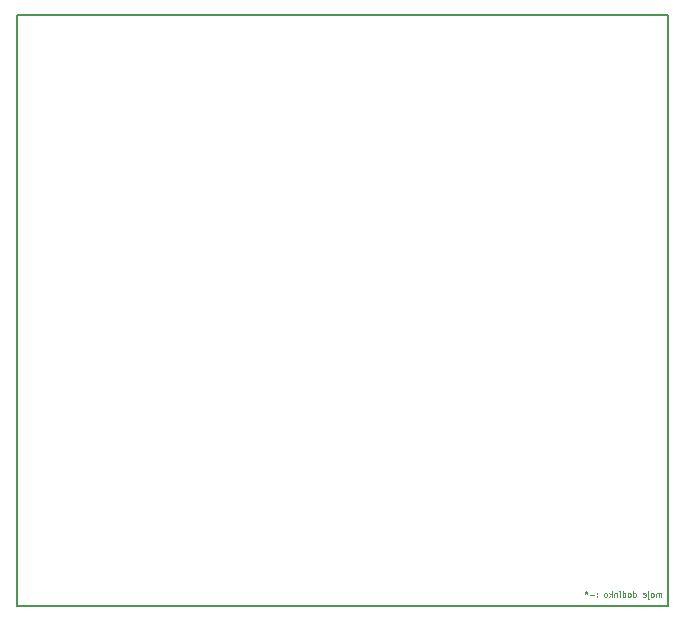
<source format=gbo>
G04 #@! TF.FileFunction,Legend,Bot*
%FSLAX46Y46*%
G04 Gerber Fmt 4.6, Leading zero omitted, Abs format (unit mm)*
G04 Created by KiCad (PCBNEW 4.0.7) date 02/27/21 15:52:34*
%MOMM*%
%LPD*%
G01*
G04 APERTURE LIST*
%ADD10C,0.100000*%
%ADD11C,0.150000*%
G04 APERTURE END LIST*
D10*
X75616189Y-66774190D02*
X75616189Y-66440857D01*
X75616189Y-66488476D02*
X75592380Y-66464667D01*
X75544761Y-66440857D01*
X75473332Y-66440857D01*
X75425713Y-66464667D01*
X75401904Y-66512286D01*
X75401904Y-66774190D01*
X75401904Y-66512286D02*
X75378094Y-66464667D01*
X75330475Y-66440857D01*
X75259047Y-66440857D01*
X75211427Y-66464667D01*
X75187618Y-66512286D01*
X75187618Y-66774190D01*
X74878094Y-66774190D02*
X74925713Y-66750381D01*
X74949522Y-66726571D01*
X74973332Y-66678952D01*
X74973332Y-66536095D01*
X74949522Y-66488476D01*
X74925713Y-66464667D01*
X74878094Y-66440857D01*
X74806665Y-66440857D01*
X74759046Y-66464667D01*
X74735237Y-66488476D01*
X74711427Y-66536095D01*
X74711427Y-66678952D01*
X74735237Y-66726571D01*
X74759046Y-66750381D01*
X74806665Y-66774190D01*
X74878094Y-66774190D01*
X74497141Y-66440857D02*
X74497141Y-66869429D01*
X74520951Y-66917048D01*
X74568570Y-66940857D01*
X74592379Y-66940857D01*
X74497141Y-66274190D02*
X74520951Y-66298000D01*
X74497141Y-66321810D01*
X74473332Y-66298000D01*
X74497141Y-66274190D01*
X74497141Y-66321810D01*
X74068570Y-66750381D02*
X74116189Y-66774190D01*
X74211427Y-66774190D01*
X74259046Y-66750381D01*
X74282856Y-66702762D01*
X74282856Y-66512286D01*
X74259046Y-66464667D01*
X74211427Y-66440857D01*
X74116189Y-66440857D01*
X74068570Y-66464667D01*
X74044761Y-66512286D01*
X74044761Y-66559905D01*
X74282856Y-66607524D01*
X73235238Y-66774190D02*
X73235238Y-66274190D01*
X73235238Y-66750381D02*
X73282857Y-66774190D01*
X73378095Y-66774190D01*
X73425714Y-66750381D01*
X73449523Y-66726571D01*
X73473333Y-66678952D01*
X73473333Y-66536095D01*
X73449523Y-66488476D01*
X73425714Y-66464667D01*
X73378095Y-66440857D01*
X73282857Y-66440857D01*
X73235238Y-66464667D01*
X72925714Y-66774190D02*
X72973333Y-66750381D01*
X72997142Y-66726571D01*
X73020952Y-66678952D01*
X73020952Y-66536095D01*
X72997142Y-66488476D01*
X72973333Y-66464667D01*
X72925714Y-66440857D01*
X72854285Y-66440857D01*
X72806666Y-66464667D01*
X72782857Y-66488476D01*
X72759047Y-66536095D01*
X72759047Y-66678952D01*
X72782857Y-66726571D01*
X72806666Y-66750381D01*
X72854285Y-66774190D01*
X72925714Y-66774190D01*
X72330476Y-66774190D02*
X72330476Y-66274190D01*
X72330476Y-66750381D02*
X72378095Y-66774190D01*
X72473333Y-66774190D01*
X72520952Y-66750381D01*
X72544761Y-66726571D01*
X72568571Y-66678952D01*
X72568571Y-66536095D01*
X72544761Y-66488476D01*
X72520952Y-66464667D01*
X72473333Y-66440857D01*
X72378095Y-66440857D01*
X72330476Y-66464667D01*
X72092380Y-66774190D02*
X72092380Y-66440857D01*
X72092380Y-66274190D02*
X72116190Y-66298000D01*
X72092380Y-66321810D01*
X72068571Y-66298000D01*
X72092380Y-66274190D01*
X72092380Y-66321810D01*
X71854285Y-66440857D02*
X71854285Y-66774190D01*
X71854285Y-66488476D02*
X71830476Y-66464667D01*
X71782857Y-66440857D01*
X71711428Y-66440857D01*
X71663809Y-66464667D01*
X71640000Y-66512286D01*
X71640000Y-66774190D01*
X71401904Y-66774190D02*
X71401904Y-66274190D01*
X71354285Y-66583714D02*
X71211428Y-66774190D01*
X71211428Y-66440857D02*
X71401904Y-66631333D01*
X70925714Y-66774190D02*
X70973333Y-66750381D01*
X70997142Y-66726571D01*
X71020952Y-66678952D01*
X71020952Y-66536095D01*
X70997142Y-66488476D01*
X70973333Y-66464667D01*
X70925714Y-66440857D01*
X70854285Y-66440857D01*
X70806666Y-66464667D01*
X70782857Y-66488476D01*
X70759047Y-66536095D01*
X70759047Y-66678952D01*
X70782857Y-66726571D01*
X70806666Y-66750381D01*
X70854285Y-66774190D01*
X70925714Y-66774190D01*
X70163809Y-66726571D02*
X70140000Y-66750381D01*
X70163809Y-66774190D01*
X70187619Y-66750381D01*
X70163809Y-66726571D01*
X70163809Y-66774190D01*
X70163809Y-66464667D02*
X70140000Y-66488476D01*
X70163809Y-66512286D01*
X70187619Y-66488476D01*
X70163809Y-66464667D01*
X70163809Y-66512286D01*
X69925714Y-66583714D02*
X69544762Y-66583714D01*
X69235238Y-66274190D02*
X69235238Y-66393238D01*
X69354285Y-66345619D02*
X69235238Y-66393238D01*
X69116190Y-66345619D01*
X69306666Y-66488476D02*
X69235238Y-66393238D01*
X69163809Y-66488476D01*
D11*
X21082000Y-42545000D02*
X21082000Y-67564000D01*
X21082000Y-67564000D02*
X73660000Y-67564000D01*
X73660000Y-67564000D02*
X76200000Y-67564000D01*
X76200000Y-67564000D02*
X76200000Y-17526000D01*
X76200000Y-17526000D02*
X21082000Y-17526000D01*
X21082000Y-17526000D02*
X21082000Y-42545000D01*
M02*

</source>
